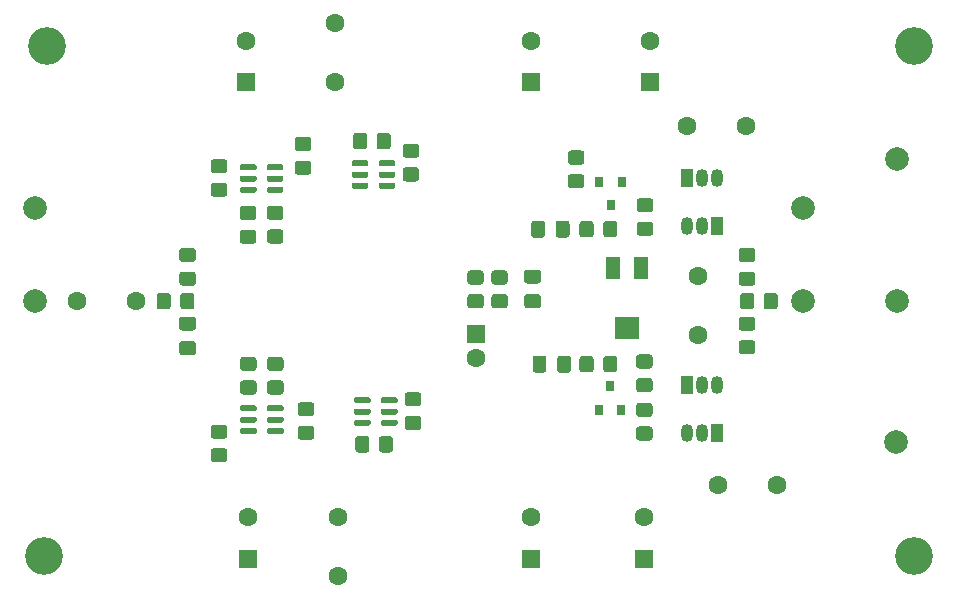
<source format=gbr>
G04 #@! TF.GenerationSoftware,KiCad,Pcbnew,(5.1.9-0-10_14)*
G04 #@! TF.CreationDate,2021-02-13T11:14:36+01:00*
G04 #@! TF.ProjectId,pre-amp-discret,7072652d-616d-4702-9d64-697363726574,rev?*
G04 #@! TF.SameCoordinates,Original*
G04 #@! TF.FileFunction,Soldermask,Top*
G04 #@! TF.FilePolarity,Negative*
%FSLAX46Y46*%
G04 Gerber Fmt 4.6, Leading zero omitted, Abs format (unit mm)*
G04 Created by KiCad (PCBNEW (5.1.9-0-10_14)) date 2021-02-13 11:14:36*
%MOMM*%
%LPD*%
G01*
G04 APERTURE LIST*
%ADD10R,1.300000X1.900000*%
%ADD11R,2.000000X1.900000*%
%ADD12C,1.600000*%
%ADD13R,1.050000X1.500000*%
%ADD14O,1.050000X1.500000*%
%ADD15R,0.800000X0.900000*%
%ADD16R,1.600000X1.600000*%
%ADD17C,2.000000*%
%ADD18C,3.200000*%
G04 APERTURE END LIST*
D10*
X174230000Y-119126000D03*
D11*
X175380000Y-124226000D03*
D10*
X176530000Y-119126000D03*
G36*
G01*
X138626001Y-118615000D02*
X137725999Y-118615000D01*
G75*
G02*
X137476000Y-118365001I0J249999D01*
G01*
X137476000Y-117664999D01*
G75*
G02*
X137725999Y-117415000I249999J0D01*
G01*
X138626001Y-117415000D01*
G75*
G02*
X138876000Y-117664999I0J-249999D01*
G01*
X138876000Y-118365001D01*
G75*
G02*
X138626001Y-118615000I-249999J0D01*
G01*
G37*
G36*
G01*
X138626001Y-120615000D02*
X137725999Y-120615000D01*
G75*
G02*
X137476000Y-120365001I0J249999D01*
G01*
X137476000Y-119664999D01*
G75*
G02*
X137725999Y-119415000I249999J0D01*
G01*
X138626001Y-119415000D01*
G75*
G02*
X138876000Y-119664999I0J-249999D01*
G01*
X138876000Y-120365001D01*
G75*
G02*
X138626001Y-120615000I-249999J0D01*
G01*
G37*
G36*
G01*
X136760000Y-121469999D02*
X136760000Y-122370001D01*
G75*
G02*
X136510001Y-122620000I-249999J0D01*
G01*
X135809999Y-122620000D01*
G75*
G02*
X135560000Y-122370001I0J249999D01*
G01*
X135560000Y-121469999D01*
G75*
G02*
X135809999Y-121220000I249999J0D01*
G01*
X136510001Y-121220000D01*
G75*
G02*
X136760000Y-121469999I0J-249999D01*
G01*
G37*
G36*
G01*
X138760000Y-121469999D02*
X138760000Y-122370001D01*
G75*
G02*
X138510001Y-122620000I-249999J0D01*
G01*
X137809999Y-122620000D01*
G75*
G02*
X137560000Y-122370001I0J249999D01*
G01*
X137560000Y-121469999D01*
G75*
G02*
X137809999Y-121220000I249999J0D01*
G01*
X138510001Y-121220000D01*
G75*
G02*
X138760000Y-121469999I0J-249999D01*
G01*
G37*
G36*
G01*
X138651000Y-124412500D02*
X137701000Y-124412500D01*
G75*
G02*
X137451000Y-124162500I0J250000D01*
G01*
X137451000Y-123487500D01*
G75*
G02*
X137701000Y-123237500I250000J0D01*
G01*
X138651000Y-123237500D01*
G75*
G02*
X138901000Y-123487500I0J-250000D01*
G01*
X138901000Y-124162500D01*
G75*
G02*
X138651000Y-124412500I-250000J0D01*
G01*
G37*
G36*
G01*
X138651000Y-126487500D02*
X137701000Y-126487500D01*
G75*
G02*
X137451000Y-126237500I0J250000D01*
G01*
X137451000Y-125562500D01*
G75*
G02*
X137701000Y-125312500I250000J0D01*
G01*
X138651000Y-125312500D01*
G75*
G02*
X138901000Y-125562500I0J-250000D01*
G01*
X138901000Y-126237500D01*
G75*
G02*
X138651000Y-126487500I-250000J0D01*
G01*
G37*
G36*
G01*
X147758999Y-132464000D02*
X148659001Y-132464000D01*
G75*
G02*
X148909000Y-132713999I0J-249999D01*
G01*
X148909000Y-133414001D01*
G75*
G02*
X148659001Y-133664000I-249999J0D01*
G01*
X147758999Y-133664000D01*
G75*
G02*
X147509000Y-133414001I0J249999D01*
G01*
X147509000Y-132713999D01*
G75*
G02*
X147758999Y-132464000I249999J0D01*
G01*
G37*
G36*
G01*
X147758999Y-130464000D02*
X148659001Y-130464000D01*
G75*
G02*
X148909000Y-130713999I0J-249999D01*
G01*
X148909000Y-131414001D01*
G75*
G02*
X148659001Y-131664000I-249999J0D01*
G01*
X147758999Y-131664000D01*
G75*
G02*
X147509000Y-131414001I0J249999D01*
G01*
X147509000Y-130713999D01*
G75*
G02*
X147758999Y-130464000I249999J0D01*
G01*
G37*
G36*
G01*
X162109999Y-121320000D02*
X163010001Y-121320000D01*
G75*
G02*
X163260000Y-121569999I0J-249999D01*
G01*
X163260000Y-122270001D01*
G75*
G02*
X163010001Y-122520000I-249999J0D01*
G01*
X162109999Y-122520000D01*
G75*
G02*
X161860000Y-122270001I0J249999D01*
G01*
X161860000Y-121569999D01*
G75*
G02*
X162109999Y-121320000I249999J0D01*
G01*
G37*
G36*
G01*
X162109999Y-119320000D02*
X163010001Y-119320000D01*
G75*
G02*
X163260000Y-119569999I0J-249999D01*
G01*
X163260000Y-120270001D01*
G75*
G02*
X163010001Y-120520000I-249999J0D01*
G01*
X162109999Y-120520000D01*
G75*
G02*
X161860000Y-120270001I0J249999D01*
G01*
X161860000Y-119569999D01*
G75*
G02*
X162109999Y-119320000I249999J0D01*
G01*
G37*
G36*
G01*
X168565500Y-126779000D02*
X168565500Y-127729000D01*
G75*
G02*
X168315500Y-127979000I-250000J0D01*
G01*
X167640500Y-127979000D01*
G75*
G02*
X167390500Y-127729000I0J250000D01*
G01*
X167390500Y-126779000D01*
G75*
G02*
X167640500Y-126529000I250000J0D01*
G01*
X168315500Y-126529000D01*
G75*
G02*
X168565500Y-126779000I0J-250000D01*
G01*
G37*
G36*
G01*
X170640500Y-126779000D02*
X170640500Y-127729000D01*
G75*
G02*
X170390500Y-127979000I-250000J0D01*
G01*
X169715500Y-127979000D01*
G75*
G02*
X169465500Y-127729000I0J250000D01*
G01*
X169465500Y-126779000D01*
G75*
G02*
X169715500Y-126529000I250000J0D01*
G01*
X170390500Y-126529000D01*
G75*
G02*
X170640500Y-126779000I0J-250000D01*
G01*
G37*
G36*
G01*
X169338500Y-116299000D02*
X169338500Y-115349000D01*
G75*
G02*
X169588500Y-115099000I250000J0D01*
G01*
X170263500Y-115099000D01*
G75*
G02*
X170513500Y-115349000I0J-250000D01*
G01*
X170513500Y-116299000D01*
G75*
G02*
X170263500Y-116549000I-250000J0D01*
G01*
X169588500Y-116549000D01*
G75*
G02*
X169338500Y-116299000I0J250000D01*
G01*
G37*
G36*
G01*
X167263500Y-116299000D02*
X167263500Y-115349000D01*
G75*
G02*
X167513500Y-115099000I250000J0D01*
G01*
X168188500Y-115099000D01*
G75*
G02*
X168438500Y-115349000I0J-250000D01*
G01*
X168438500Y-116299000D01*
G75*
G02*
X168188500Y-116549000I-250000J0D01*
G01*
X167513500Y-116549000D01*
G75*
G02*
X167263500Y-116299000I0J250000D01*
G01*
G37*
D12*
X180467000Y-107124500D03*
X185467000Y-107124500D03*
X181419500Y-119824500D03*
X181419500Y-124824500D03*
G36*
G01*
X185096999Y-125225000D02*
X185997001Y-125225000D01*
G75*
G02*
X186247000Y-125474999I0J-249999D01*
G01*
X186247000Y-126175001D01*
G75*
G02*
X185997001Y-126425000I-249999J0D01*
G01*
X185096999Y-126425000D01*
G75*
G02*
X184847000Y-126175001I0J249999D01*
G01*
X184847000Y-125474999D01*
G75*
G02*
X185096999Y-125225000I249999J0D01*
G01*
G37*
G36*
G01*
X185096999Y-123225000D02*
X185997001Y-123225000D01*
G75*
G02*
X186247000Y-123474999I0J-249999D01*
G01*
X186247000Y-124175001D01*
G75*
G02*
X185997001Y-124425000I-249999J0D01*
G01*
X185096999Y-124425000D01*
G75*
G02*
X184847000Y-124175001I0J249999D01*
G01*
X184847000Y-123474999D01*
G75*
G02*
X185096999Y-123225000I249999J0D01*
G01*
G37*
G36*
G01*
X185096999Y-119415000D02*
X185997001Y-119415000D01*
G75*
G02*
X186247000Y-119664999I0J-249999D01*
G01*
X186247000Y-120365001D01*
G75*
G02*
X185997001Y-120615000I-249999J0D01*
G01*
X185096999Y-120615000D01*
G75*
G02*
X184847000Y-120365001I0J249999D01*
G01*
X184847000Y-119664999D01*
G75*
G02*
X185096999Y-119415000I249999J0D01*
G01*
G37*
G36*
G01*
X185096999Y-117415000D02*
X185997001Y-117415000D01*
G75*
G02*
X186247000Y-117664999I0J-249999D01*
G01*
X186247000Y-118365001D01*
G75*
G02*
X185997001Y-118615000I-249999J0D01*
G01*
X185096999Y-118615000D01*
G75*
G02*
X184847000Y-118365001I0J249999D01*
G01*
X184847000Y-117664999D01*
G75*
G02*
X185096999Y-117415000I249999J0D01*
G01*
G37*
G36*
G01*
X176397499Y-128432000D02*
X177297501Y-128432000D01*
G75*
G02*
X177547500Y-128681999I0J-249999D01*
G01*
X177547500Y-129382001D01*
G75*
G02*
X177297501Y-129632000I-249999J0D01*
G01*
X176397499Y-129632000D01*
G75*
G02*
X176147500Y-129382001I0J249999D01*
G01*
X176147500Y-128681999D01*
G75*
G02*
X176397499Y-128432000I249999J0D01*
G01*
G37*
G36*
G01*
X176397499Y-126432000D02*
X177297501Y-126432000D01*
G75*
G02*
X177547500Y-126681999I0J-249999D01*
G01*
X177547500Y-127382001D01*
G75*
G02*
X177297501Y-127632000I-249999J0D01*
G01*
X176397499Y-127632000D01*
G75*
G02*
X176147500Y-127382001I0J249999D01*
G01*
X176147500Y-126681999D01*
G75*
G02*
X176397499Y-126432000I249999J0D01*
G01*
G37*
G36*
G01*
X176460999Y-115192000D02*
X177361001Y-115192000D01*
G75*
G02*
X177611000Y-115441999I0J-249999D01*
G01*
X177611000Y-116142001D01*
G75*
G02*
X177361001Y-116392000I-249999J0D01*
G01*
X176460999Y-116392000D01*
G75*
G02*
X176211000Y-116142001I0J249999D01*
G01*
X176211000Y-115441999D01*
G75*
G02*
X176460999Y-115192000I249999J0D01*
G01*
G37*
G36*
G01*
X176460999Y-113192000D02*
X177361001Y-113192000D01*
G75*
G02*
X177611000Y-113441999I0J-249999D01*
G01*
X177611000Y-114142001D01*
G75*
G02*
X177361001Y-114392000I-249999J0D01*
G01*
X176460999Y-114392000D01*
G75*
G02*
X176211000Y-114142001I0J249999D01*
G01*
X176211000Y-113441999D01*
G75*
G02*
X176460999Y-113192000I249999J0D01*
G01*
G37*
G36*
G01*
X173358000Y-127704001D02*
X173358000Y-126803999D01*
G75*
G02*
X173607999Y-126554000I249999J0D01*
G01*
X174308001Y-126554000D01*
G75*
G02*
X174558000Y-126803999I0J-249999D01*
G01*
X174558000Y-127704001D01*
G75*
G02*
X174308001Y-127954000I-249999J0D01*
G01*
X173607999Y-127954000D01*
G75*
G02*
X173358000Y-127704001I0J249999D01*
G01*
G37*
G36*
G01*
X171358000Y-127704001D02*
X171358000Y-126803999D01*
G75*
G02*
X171607999Y-126554000I249999J0D01*
G01*
X172308001Y-126554000D01*
G75*
G02*
X172558000Y-126803999I0J-249999D01*
G01*
X172558000Y-127704001D01*
G75*
G02*
X172308001Y-127954000I-249999J0D01*
G01*
X171607999Y-127954000D01*
G75*
G02*
X171358000Y-127704001I0J249999D01*
G01*
G37*
G36*
G01*
X172558000Y-115373999D02*
X172558000Y-116274001D01*
G75*
G02*
X172308001Y-116524000I-249999J0D01*
G01*
X171607999Y-116524000D01*
G75*
G02*
X171358000Y-116274001I0J249999D01*
G01*
X171358000Y-115373999D01*
G75*
G02*
X171607999Y-115124000I249999J0D01*
G01*
X172308001Y-115124000D01*
G75*
G02*
X172558000Y-115373999I0J-249999D01*
G01*
G37*
G36*
G01*
X174558000Y-115373999D02*
X174558000Y-116274001D01*
G75*
G02*
X174308001Y-116524000I-249999J0D01*
G01*
X173607999Y-116524000D01*
G75*
G02*
X173358000Y-116274001I0J249999D01*
G01*
X173358000Y-115373999D01*
G75*
G02*
X173607999Y-115124000I249999J0D01*
G01*
X174308001Y-115124000D01*
G75*
G02*
X174558000Y-115373999I0J-249999D01*
G01*
G37*
D13*
X183007000Y-133096000D03*
D14*
X180467000Y-133096000D03*
X181737000Y-133096000D03*
D13*
X180467000Y-111506000D03*
D14*
X183007000Y-111506000D03*
X181737000Y-111506000D03*
D13*
X180467000Y-129032000D03*
D14*
X183007000Y-129032000D03*
X181737000Y-129032000D03*
D13*
X183007000Y-115570000D03*
D14*
X180467000Y-115570000D03*
X181737000Y-115570000D03*
D15*
X173926500Y-129095500D03*
X174876500Y-131095500D03*
X172976500Y-131095500D03*
G36*
G01*
X144893000Y-131125500D02*
X144893000Y-130875500D01*
G75*
G02*
X145018000Y-130750500I125000J0D01*
G01*
X146193000Y-130750500D01*
G75*
G02*
X146318000Y-130875500I0J-125000D01*
G01*
X146318000Y-131125500D01*
G75*
G02*
X146193000Y-131250500I-125000J0D01*
G01*
X145018000Y-131250500D01*
G75*
G02*
X144893000Y-131125500I0J125000D01*
G01*
G37*
G36*
G01*
X144893000Y-132075500D02*
X144893000Y-131825500D01*
G75*
G02*
X145018000Y-131700500I125000J0D01*
G01*
X146193000Y-131700500D01*
G75*
G02*
X146318000Y-131825500I0J-125000D01*
G01*
X146318000Y-132075500D01*
G75*
G02*
X146193000Y-132200500I-125000J0D01*
G01*
X145018000Y-132200500D01*
G75*
G02*
X144893000Y-132075500I0J125000D01*
G01*
G37*
G36*
G01*
X144893000Y-133025500D02*
X144893000Y-132775500D01*
G75*
G02*
X145018000Y-132650500I125000J0D01*
G01*
X146193000Y-132650500D01*
G75*
G02*
X146318000Y-132775500I0J-125000D01*
G01*
X146318000Y-133025500D01*
G75*
G02*
X146193000Y-133150500I-125000J0D01*
G01*
X145018000Y-133150500D01*
G75*
G02*
X144893000Y-133025500I0J125000D01*
G01*
G37*
G36*
G01*
X142618000Y-133025500D02*
X142618000Y-132775500D01*
G75*
G02*
X142743000Y-132650500I125000J0D01*
G01*
X143918000Y-132650500D01*
G75*
G02*
X144043000Y-132775500I0J-125000D01*
G01*
X144043000Y-133025500D01*
G75*
G02*
X143918000Y-133150500I-125000J0D01*
G01*
X142743000Y-133150500D01*
G75*
G02*
X142618000Y-133025500I0J125000D01*
G01*
G37*
G36*
G01*
X142618000Y-132075500D02*
X142618000Y-131825500D01*
G75*
G02*
X142743000Y-131700500I125000J0D01*
G01*
X143918000Y-131700500D01*
G75*
G02*
X144043000Y-131825500I0J-125000D01*
G01*
X144043000Y-132075500D01*
G75*
G02*
X143918000Y-132200500I-125000J0D01*
G01*
X142743000Y-132200500D01*
G75*
G02*
X142618000Y-132075500I0J125000D01*
G01*
G37*
G36*
G01*
X142618000Y-131125500D02*
X142618000Y-130875500D01*
G75*
G02*
X142743000Y-130750500I125000J0D01*
G01*
X143918000Y-130750500D01*
G75*
G02*
X144043000Y-130875500I0J-125000D01*
G01*
X144043000Y-131125500D01*
G75*
G02*
X143918000Y-131250500I-125000J0D01*
G01*
X142743000Y-131250500D01*
G75*
G02*
X142618000Y-131125500I0J125000D01*
G01*
G37*
G36*
G01*
X153493500Y-112023700D02*
X153493500Y-112273700D01*
G75*
G02*
X153368500Y-112398700I-125000J0D01*
G01*
X152193500Y-112398700D01*
G75*
G02*
X152068500Y-112273700I0J125000D01*
G01*
X152068500Y-112023700D01*
G75*
G02*
X152193500Y-111898700I125000J0D01*
G01*
X153368500Y-111898700D01*
G75*
G02*
X153493500Y-112023700I0J-125000D01*
G01*
G37*
G36*
G01*
X153493500Y-111073700D02*
X153493500Y-111323700D01*
G75*
G02*
X153368500Y-111448700I-125000J0D01*
G01*
X152193500Y-111448700D01*
G75*
G02*
X152068500Y-111323700I0J125000D01*
G01*
X152068500Y-111073700D01*
G75*
G02*
X152193500Y-110948700I125000J0D01*
G01*
X153368500Y-110948700D01*
G75*
G02*
X153493500Y-111073700I0J-125000D01*
G01*
G37*
G36*
G01*
X153493500Y-110123700D02*
X153493500Y-110373700D01*
G75*
G02*
X153368500Y-110498700I-125000J0D01*
G01*
X152193500Y-110498700D01*
G75*
G02*
X152068500Y-110373700I0J125000D01*
G01*
X152068500Y-110123700D01*
G75*
G02*
X152193500Y-109998700I125000J0D01*
G01*
X153368500Y-109998700D01*
G75*
G02*
X153493500Y-110123700I0J-125000D01*
G01*
G37*
G36*
G01*
X155768500Y-110123700D02*
X155768500Y-110373700D01*
G75*
G02*
X155643500Y-110498700I-125000J0D01*
G01*
X154468500Y-110498700D01*
G75*
G02*
X154343500Y-110373700I0J125000D01*
G01*
X154343500Y-110123700D01*
G75*
G02*
X154468500Y-109998700I125000J0D01*
G01*
X155643500Y-109998700D01*
G75*
G02*
X155768500Y-110123700I0J-125000D01*
G01*
G37*
G36*
G01*
X155768500Y-111073700D02*
X155768500Y-111323700D01*
G75*
G02*
X155643500Y-111448700I-125000J0D01*
G01*
X154468500Y-111448700D01*
G75*
G02*
X154343500Y-111323700I0J125000D01*
G01*
X154343500Y-111073700D01*
G75*
G02*
X154468500Y-110948700I125000J0D01*
G01*
X155643500Y-110948700D01*
G75*
G02*
X155768500Y-111073700I0J-125000D01*
G01*
G37*
G36*
G01*
X155768500Y-112023700D02*
X155768500Y-112273700D01*
G75*
G02*
X155643500Y-112398700I-125000J0D01*
G01*
X154468500Y-112398700D01*
G75*
G02*
X154343500Y-112273700I0J125000D01*
G01*
X154343500Y-112023700D01*
G75*
G02*
X154468500Y-111898700I125000J0D01*
G01*
X155643500Y-111898700D01*
G75*
G02*
X155768500Y-112023700I0J-125000D01*
G01*
G37*
G36*
G01*
X144869300Y-110721600D02*
X144869300Y-110471600D01*
G75*
G02*
X144994300Y-110346600I125000J0D01*
G01*
X146169300Y-110346600D01*
G75*
G02*
X146294300Y-110471600I0J-125000D01*
G01*
X146294300Y-110721600D01*
G75*
G02*
X146169300Y-110846600I-125000J0D01*
G01*
X144994300Y-110846600D01*
G75*
G02*
X144869300Y-110721600I0J125000D01*
G01*
G37*
G36*
G01*
X144869300Y-111671600D02*
X144869300Y-111421600D01*
G75*
G02*
X144994300Y-111296600I125000J0D01*
G01*
X146169300Y-111296600D01*
G75*
G02*
X146294300Y-111421600I0J-125000D01*
G01*
X146294300Y-111671600D01*
G75*
G02*
X146169300Y-111796600I-125000J0D01*
G01*
X144994300Y-111796600D01*
G75*
G02*
X144869300Y-111671600I0J125000D01*
G01*
G37*
G36*
G01*
X144869300Y-112621600D02*
X144869300Y-112371600D01*
G75*
G02*
X144994300Y-112246600I125000J0D01*
G01*
X146169300Y-112246600D01*
G75*
G02*
X146294300Y-112371600I0J-125000D01*
G01*
X146294300Y-112621600D01*
G75*
G02*
X146169300Y-112746600I-125000J0D01*
G01*
X144994300Y-112746600D01*
G75*
G02*
X144869300Y-112621600I0J125000D01*
G01*
G37*
G36*
G01*
X142594300Y-112621600D02*
X142594300Y-112371600D01*
G75*
G02*
X142719300Y-112246600I125000J0D01*
G01*
X143894300Y-112246600D01*
G75*
G02*
X144019300Y-112371600I0J-125000D01*
G01*
X144019300Y-112621600D01*
G75*
G02*
X143894300Y-112746600I-125000J0D01*
G01*
X142719300Y-112746600D01*
G75*
G02*
X142594300Y-112621600I0J125000D01*
G01*
G37*
G36*
G01*
X142594300Y-111671600D02*
X142594300Y-111421600D01*
G75*
G02*
X142719300Y-111296600I125000J0D01*
G01*
X143894300Y-111296600D01*
G75*
G02*
X144019300Y-111421600I0J-125000D01*
G01*
X144019300Y-111671600D01*
G75*
G02*
X143894300Y-111796600I-125000J0D01*
G01*
X142719300Y-111796600D01*
G75*
G02*
X142594300Y-111671600I0J125000D01*
G01*
G37*
G36*
G01*
X142594300Y-110721600D02*
X142594300Y-110471600D01*
G75*
G02*
X142719300Y-110346600I125000J0D01*
G01*
X143894300Y-110346600D01*
G75*
G02*
X144019300Y-110471600I0J-125000D01*
G01*
X144019300Y-110721600D01*
G75*
G02*
X143894300Y-110846600I-125000J0D01*
G01*
X142719300Y-110846600D01*
G75*
G02*
X142594300Y-110721600I0J125000D01*
G01*
G37*
G36*
G01*
X154529300Y-130439700D02*
X154529300Y-130189700D01*
G75*
G02*
X154654300Y-130064700I125000J0D01*
G01*
X155829300Y-130064700D01*
G75*
G02*
X155954300Y-130189700I0J-125000D01*
G01*
X155954300Y-130439700D01*
G75*
G02*
X155829300Y-130564700I-125000J0D01*
G01*
X154654300Y-130564700D01*
G75*
G02*
X154529300Y-130439700I0J125000D01*
G01*
G37*
G36*
G01*
X154529300Y-131389700D02*
X154529300Y-131139700D01*
G75*
G02*
X154654300Y-131014700I125000J0D01*
G01*
X155829300Y-131014700D01*
G75*
G02*
X155954300Y-131139700I0J-125000D01*
G01*
X155954300Y-131389700D01*
G75*
G02*
X155829300Y-131514700I-125000J0D01*
G01*
X154654300Y-131514700D01*
G75*
G02*
X154529300Y-131389700I0J125000D01*
G01*
G37*
G36*
G01*
X154529300Y-132339700D02*
X154529300Y-132089700D01*
G75*
G02*
X154654300Y-131964700I125000J0D01*
G01*
X155829300Y-131964700D01*
G75*
G02*
X155954300Y-132089700I0J-125000D01*
G01*
X155954300Y-132339700D01*
G75*
G02*
X155829300Y-132464700I-125000J0D01*
G01*
X154654300Y-132464700D01*
G75*
G02*
X154529300Y-132339700I0J125000D01*
G01*
G37*
G36*
G01*
X152254300Y-132339700D02*
X152254300Y-132089700D01*
G75*
G02*
X152379300Y-131964700I125000J0D01*
G01*
X153554300Y-131964700D01*
G75*
G02*
X153679300Y-132089700I0J-125000D01*
G01*
X153679300Y-132339700D01*
G75*
G02*
X153554300Y-132464700I-125000J0D01*
G01*
X152379300Y-132464700D01*
G75*
G02*
X152254300Y-132339700I0J125000D01*
G01*
G37*
G36*
G01*
X152254300Y-131389700D02*
X152254300Y-131139700D01*
G75*
G02*
X152379300Y-131014700I125000J0D01*
G01*
X153554300Y-131014700D01*
G75*
G02*
X153679300Y-131139700I0J-125000D01*
G01*
X153679300Y-131389700D01*
G75*
G02*
X153554300Y-131514700I-125000J0D01*
G01*
X152379300Y-131514700D01*
G75*
G02*
X152254300Y-131389700I0J125000D01*
G01*
G37*
G36*
G01*
X152254300Y-130439700D02*
X152254300Y-130189700D01*
G75*
G02*
X152379300Y-130064700I125000J0D01*
G01*
X153554300Y-130064700D01*
G75*
G02*
X153679300Y-130189700I0J-125000D01*
G01*
X153679300Y-130439700D01*
G75*
G02*
X153554300Y-130564700I-125000J0D01*
G01*
X152379300Y-130564700D01*
G75*
G02*
X152254300Y-130439700I0J125000D01*
G01*
G37*
D12*
X177355500Y-99878000D03*
D16*
X177355500Y-103378000D03*
D12*
X167259000Y-140208000D03*
D16*
X167259000Y-143708000D03*
D12*
X167259000Y-99878000D03*
D16*
X167259000Y-103378000D03*
D12*
X162560000Y-126714000D03*
D16*
X162560000Y-124714000D03*
G36*
G01*
X186147000Y-121469999D02*
X186147000Y-122370001D01*
G75*
G02*
X185897001Y-122620000I-249999J0D01*
G01*
X185196999Y-122620000D01*
G75*
G02*
X184947000Y-122370001I0J249999D01*
G01*
X184947000Y-121469999D01*
G75*
G02*
X185196999Y-121220000I249999J0D01*
G01*
X185897001Y-121220000D01*
G75*
G02*
X186147000Y-121469999I0J-249999D01*
G01*
G37*
G36*
G01*
X188147000Y-121469999D02*
X188147000Y-122370001D01*
G75*
G02*
X187897001Y-122620000I-249999J0D01*
G01*
X187196999Y-122620000D01*
G75*
G02*
X186947000Y-122370001I0J249999D01*
G01*
X186947000Y-121469999D01*
G75*
G02*
X187196999Y-121220000I249999J0D01*
G01*
X187897001Y-121220000D01*
G75*
G02*
X188147000Y-121469999I0J-249999D01*
G01*
G37*
G36*
G01*
X176397499Y-132527500D02*
X177297501Y-132527500D01*
G75*
G02*
X177547500Y-132777499I0J-249999D01*
G01*
X177547500Y-133477501D01*
G75*
G02*
X177297501Y-133727500I-249999J0D01*
G01*
X176397499Y-133727500D01*
G75*
G02*
X176147500Y-133477501I0J249999D01*
G01*
X176147500Y-132777499D01*
G75*
G02*
X176397499Y-132527500I249999J0D01*
G01*
G37*
G36*
G01*
X176397499Y-130527500D02*
X177297501Y-130527500D01*
G75*
G02*
X177547500Y-130777499I0J-249999D01*
G01*
X177547500Y-131477501D01*
G75*
G02*
X177297501Y-131727500I-249999J0D01*
G01*
X176397499Y-131727500D01*
G75*
G02*
X176147500Y-131477501I0J249999D01*
G01*
X176147500Y-130777499D01*
G75*
G02*
X176397499Y-130527500I249999J0D01*
G01*
G37*
G36*
G01*
X153571500Y-133585799D02*
X153571500Y-134485801D01*
G75*
G02*
X153321501Y-134735800I-249999J0D01*
G01*
X152621499Y-134735800D01*
G75*
G02*
X152371500Y-134485801I0J249999D01*
G01*
X152371500Y-133585799D01*
G75*
G02*
X152621499Y-133335800I249999J0D01*
G01*
X153321501Y-133335800D01*
G75*
G02*
X153571500Y-133585799I0J-249999D01*
G01*
G37*
G36*
G01*
X155571500Y-133585799D02*
X155571500Y-134485801D01*
G75*
G02*
X155321501Y-134735800I-249999J0D01*
G01*
X154621499Y-134735800D01*
G75*
G02*
X154371500Y-134485801I0J249999D01*
G01*
X154371500Y-133585799D01*
G75*
G02*
X154621499Y-133335800I249999J0D01*
G01*
X155321501Y-133335800D01*
G75*
G02*
X155571500Y-133585799I0J-249999D01*
G01*
G37*
G36*
G01*
X145142799Y-115846300D02*
X146042801Y-115846300D01*
G75*
G02*
X146292800Y-116096299I0J-249999D01*
G01*
X146292800Y-116796301D01*
G75*
G02*
X146042801Y-117046300I-249999J0D01*
G01*
X145142799Y-117046300D01*
G75*
G02*
X144892800Y-116796301I0J249999D01*
G01*
X144892800Y-116096299D01*
G75*
G02*
X145142799Y-115846300I249999J0D01*
G01*
G37*
G36*
G01*
X145142799Y-113846300D02*
X146042801Y-113846300D01*
G75*
G02*
X146292800Y-114096299I0J-249999D01*
G01*
X146292800Y-114796301D01*
G75*
G02*
X146042801Y-115046300I-249999J0D01*
G01*
X145142799Y-115046300D01*
G75*
G02*
X144892800Y-114796301I0J249999D01*
G01*
X144892800Y-114096299D01*
G75*
G02*
X145142799Y-113846300I249999J0D01*
G01*
G37*
G36*
G01*
X140392999Y-111890000D02*
X141293001Y-111890000D01*
G75*
G02*
X141543000Y-112139999I0J-249999D01*
G01*
X141543000Y-112840001D01*
G75*
G02*
X141293001Y-113090000I-249999J0D01*
G01*
X140392999Y-113090000D01*
G75*
G02*
X140143000Y-112840001I0J249999D01*
G01*
X140143000Y-112139999D01*
G75*
G02*
X140392999Y-111890000I249999J0D01*
G01*
G37*
G36*
G01*
X140392999Y-109890000D02*
X141293001Y-109890000D01*
G75*
G02*
X141543000Y-110139999I0J-249999D01*
G01*
X141543000Y-110840001D01*
G75*
G02*
X141293001Y-111090000I-249999J0D01*
G01*
X140392999Y-111090000D01*
G75*
G02*
X140143000Y-110840001I0J249999D01*
G01*
X140143000Y-110139999D01*
G75*
G02*
X140392999Y-109890000I249999J0D01*
G01*
G37*
G36*
G01*
X156814099Y-131625800D02*
X157714101Y-131625800D01*
G75*
G02*
X157964100Y-131875799I0J-249999D01*
G01*
X157964100Y-132575801D01*
G75*
G02*
X157714101Y-132825800I-249999J0D01*
G01*
X156814099Y-132825800D01*
G75*
G02*
X156564100Y-132575801I0J249999D01*
G01*
X156564100Y-131875799D01*
G75*
G02*
X156814099Y-131625800I249999J0D01*
G01*
G37*
G36*
G01*
X156814099Y-129625800D02*
X157714101Y-129625800D01*
G75*
G02*
X157964100Y-129875799I0J-249999D01*
G01*
X157964100Y-130575801D01*
G75*
G02*
X157714101Y-130825800I-249999J0D01*
G01*
X156814099Y-130825800D01*
G75*
G02*
X156564100Y-130575801I0J249999D01*
G01*
X156564100Y-129875799D01*
G75*
G02*
X156814099Y-129625800I249999J0D01*
G01*
G37*
G36*
G01*
X142844099Y-115859000D02*
X143744101Y-115859000D01*
G75*
G02*
X143994100Y-116108999I0J-249999D01*
G01*
X143994100Y-116809001D01*
G75*
G02*
X143744101Y-117059000I-249999J0D01*
G01*
X142844099Y-117059000D01*
G75*
G02*
X142594100Y-116809001I0J249999D01*
G01*
X142594100Y-116108999D01*
G75*
G02*
X142844099Y-115859000I249999J0D01*
G01*
G37*
G36*
G01*
X142844099Y-113859000D02*
X143744101Y-113859000D01*
G75*
G02*
X143994100Y-114108999I0J-249999D01*
G01*
X143994100Y-114809001D01*
G75*
G02*
X143744101Y-115059000I-249999J0D01*
G01*
X142844099Y-115059000D01*
G75*
G02*
X142594100Y-114809001I0J249999D01*
G01*
X142594100Y-114108999D01*
G75*
G02*
X142844099Y-113859000I249999J0D01*
G01*
G37*
G36*
G01*
X147504999Y-110017000D02*
X148405001Y-110017000D01*
G75*
G02*
X148655000Y-110266999I0J-249999D01*
G01*
X148655000Y-110967001D01*
G75*
G02*
X148405001Y-111217000I-249999J0D01*
G01*
X147504999Y-111217000D01*
G75*
G02*
X147255000Y-110967001I0J249999D01*
G01*
X147255000Y-110266999D01*
G75*
G02*
X147504999Y-110017000I249999J0D01*
G01*
G37*
G36*
G01*
X147504999Y-108017000D02*
X148405001Y-108017000D01*
G75*
G02*
X148655000Y-108266999I0J-249999D01*
G01*
X148655000Y-108967001D01*
G75*
G02*
X148405001Y-109217000I-249999J0D01*
G01*
X147504999Y-109217000D01*
G75*
G02*
X147255000Y-108967001I0J249999D01*
G01*
X147255000Y-108266999D01*
G75*
G02*
X147504999Y-108017000I249999J0D01*
G01*
G37*
D12*
X143256000Y-140208000D03*
D16*
X143256000Y-143708000D03*
D12*
X143129000Y-99878000D03*
D16*
X143129000Y-103378000D03*
D12*
X176784000Y-140208000D03*
D16*
X176784000Y-143708000D03*
D12*
X150876000Y-145208000D03*
X150876000Y-140208000D03*
X150622000Y-103378000D03*
X150622000Y-98378000D03*
X188070500Y-137477500D03*
X183070500Y-137477500D03*
D17*
X190246000Y-114046000D03*
X190246000Y-121920000D03*
X198247000Y-121920000D03*
X125222000Y-121920000D03*
X198183500Y-133858000D03*
X125222000Y-114046000D03*
X198247000Y-109855000D03*
G36*
G01*
X154181000Y-108819101D02*
X154181000Y-107919099D01*
G75*
G02*
X154430999Y-107669100I249999J0D01*
G01*
X155131001Y-107669100D01*
G75*
G02*
X155381000Y-107919099I0J-249999D01*
G01*
X155381000Y-108819101D01*
G75*
G02*
X155131001Y-109069100I-249999J0D01*
G01*
X154430999Y-109069100D01*
G75*
G02*
X154181000Y-108819101I0J249999D01*
G01*
G37*
G36*
G01*
X152181000Y-108819101D02*
X152181000Y-107919099D01*
G75*
G02*
X152430999Y-107669100I249999J0D01*
G01*
X153131001Y-107669100D01*
G75*
G02*
X153381000Y-107919099I0J-249999D01*
G01*
X153381000Y-108819101D01*
G75*
G02*
X153131001Y-109069100I-249999J0D01*
G01*
X152430999Y-109069100D01*
G75*
G02*
X152181000Y-108819101I0J249999D01*
G01*
G37*
G36*
G01*
X167861000Y-120432500D02*
X166911000Y-120432500D01*
G75*
G02*
X166661000Y-120182500I0J250000D01*
G01*
X166661000Y-119507500D01*
G75*
G02*
X166911000Y-119257500I250000J0D01*
G01*
X167861000Y-119257500D01*
G75*
G02*
X168111000Y-119507500I0J-250000D01*
G01*
X168111000Y-120182500D01*
G75*
G02*
X167861000Y-120432500I-250000J0D01*
G01*
G37*
G36*
G01*
X167861000Y-122507500D02*
X166911000Y-122507500D01*
G75*
G02*
X166661000Y-122257500I0J250000D01*
G01*
X166661000Y-121582500D01*
G75*
G02*
X166911000Y-121332500I250000J0D01*
G01*
X167861000Y-121332500D01*
G75*
G02*
X168111000Y-121582500I0J-250000D01*
G01*
X168111000Y-122257500D01*
G75*
G02*
X167861000Y-122507500I-250000J0D01*
G01*
G37*
G36*
G01*
X170618999Y-111160000D02*
X171519001Y-111160000D01*
G75*
G02*
X171769000Y-111409999I0J-249999D01*
G01*
X171769000Y-112110001D01*
G75*
G02*
X171519001Y-112360000I-249999J0D01*
G01*
X170618999Y-112360000D01*
G75*
G02*
X170369000Y-112110001I0J249999D01*
G01*
X170369000Y-111409999D01*
G75*
G02*
X170618999Y-111160000I249999J0D01*
G01*
G37*
G36*
G01*
X170618999Y-109160000D02*
X171519001Y-109160000D01*
G75*
G02*
X171769000Y-109409999I0J-249999D01*
G01*
X171769000Y-110110001D01*
G75*
G02*
X171519001Y-110360000I-249999J0D01*
G01*
X170618999Y-110360000D01*
G75*
G02*
X170369000Y-110110001I0J249999D01*
G01*
X170369000Y-109409999D01*
G75*
G02*
X170618999Y-109160000I249999J0D01*
G01*
G37*
G36*
G01*
X165042001Y-120520000D02*
X164141999Y-120520000D01*
G75*
G02*
X163892000Y-120270001I0J249999D01*
G01*
X163892000Y-119569999D01*
G75*
G02*
X164141999Y-119320000I249999J0D01*
G01*
X165042001Y-119320000D01*
G75*
G02*
X165292000Y-119569999I0J-249999D01*
G01*
X165292000Y-120270001D01*
G75*
G02*
X165042001Y-120520000I-249999J0D01*
G01*
G37*
G36*
G01*
X165042001Y-122520000D02*
X164141999Y-122520000D01*
G75*
G02*
X163892000Y-122270001I0J249999D01*
G01*
X163892000Y-121569999D01*
G75*
G02*
X164141999Y-121320000I249999J0D01*
G01*
X165042001Y-121320000D01*
G75*
G02*
X165292000Y-121569999I0J-249999D01*
G01*
X165292000Y-122270001D01*
G75*
G02*
X165042001Y-122520000I-249999J0D01*
G01*
G37*
G36*
G01*
X157536301Y-109788500D02*
X156636299Y-109788500D01*
G75*
G02*
X156386300Y-109538501I0J249999D01*
G01*
X156386300Y-108838499D01*
G75*
G02*
X156636299Y-108588500I249999J0D01*
G01*
X157536301Y-108588500D01*
G75*
G02*
X157786300Y-108838499I0J-249999D01*
G01*
X157786300Y-109538501D01*
G75*
G02*
X157536301Y-109788500I-249999J0D01*
G01*
G37*
G36*
G01*
X157536301Y-111788500D02*
X156636299Y-111788500D01*
G75*
G02*
X156386300Y-111538501I0J249999D01*
G01*
X156386300Y-110838499D01*
G75*
G02*
X156636299Y-110588500I249999J0D01*
G01*
X157536301Y-110588500D01*
G75*
G02*
X157786300Y-110838499I0J-249999D01*
G01*
X157786300Y-111538501D01*
G75*
G02*
X157536301Y-111788500I-249999J0D01*
G01*
G37*
G36*
G01*
X140392999Y-134369000D02*
X141293001Y-134369000D01*
G75*
G02*
X141543000Y-134618999I0J-249999D01*
G01*
X141543000Y-135319001D01*
G75*
G02*
X141293001Y-135569000I-249999J0D01*
G01*
X140392999Y-135569000D01*
G75*
G02*
X140143000Y-135319001I0J249999D01*
G01*
X140143000Y-134618999D01*
G75*
G02*
X140392999Y-134369000I249999J0D01*
G01*
G37*
G36*
G01*
X140392999Y-132369000D02*
X141293001Y-132369000D01*
G75*
G02*
X141543000Y-132618999I0J-249999D01*
G01*
X141543000Y-133319001D01*
G75*
G02*
X141293001Y-133569000I-249999J0D01*
G01*
X140392999Y-133569000D01*
G75*
G02*
X140143000Y-133319001I0J249999D01*
G01*
X140143000Y-132618999D01*
G75*
G02*
X140392999Y-132369000I249999J0D01*
G01*
G37*
G36*
G01*
X145155499Y-128622500D02*
X146055501Y-128622500D01*
G75*
G02*
X146305500Y-128872499I0J-249999D01*
G01*
X146305500Y-129572501D01*
G75*
G02*
X146055501Y-129822500I-249999J0D01*
G01*
X145155499Y-129822500D01*
G75*
G02*
X144905500Y-129572501I0J249999D01*
G01*
X144905500Y-128872499D01*
G75*
G02*
X145155499Y-128622500I249999J0D01*
G01*
G37*
G36*
G01*
X145155499Y-126622500D02*
X146055501Y-126622500D01*
G75*
G02*
X146305500Y-126872499I0J-249999D01*
G01*
X146305500Y-127572501D01*
G75*
G02*
X146055501Y-127822500I-249999J0D01*
G01*
X145155499Y-127822500D01*
G75*
G02*
X144905500Y-127572501I0J249999D01*
G01*
X144905500Y-126872499D01*
G75*
G02*
X145155499Y-126622500I249999J0D01*
G01*
G37*
G36*
G01*
X142869499Y-128622500D02*
X143769501Y-128622500D01*
G75*
G02*
X144019500Y-128872499I0J-249999D01*
G01*
X144019500Y-129572501D01*
G75*
G02*
X143769501Y-129822500I-249999J0D01*
G01*
X142869499Y-129822500D01*
G75*
G02*
X142619500Y-129572501I0J249999D01*
G01*
X142619500Y-128872499D01*
G75*
G02*
X142869499Y-128622500I249999J0D01*
G01*
G37*
G36*
G01*
X142869499Y-126622500D02*
X143769501Y-126622500D01*
G75*
G02*
X144019500Y-126872499I0J-249999D01*
G01*
X144019500Y-127572501D01*
G75*
G02*
X143769501Y-127822500I-249999J0D01*
G01*
X142869499Y-127822500D01*
G75*
G02*
X142619500Y-127572501I0J249999D01*
G01*
X142619500Y-126872499D01*
G75*
G02*
X142869499Y-126622500I249999J0D01*
G01*
G37*
D15*
X173990000Y-113792000D03*
X173040000Y-111792000D03*
X174940000Y-111792000D03*
D18*
X126238000Y-100330000D03*
X125984000Y-143510000D03*
X199644000Y-143510000D03*
X199644000Y-100330000D03*
D12*
X128778000Y-121920000D03*
X133778000Y-121920000D03*
M02*

</source>
